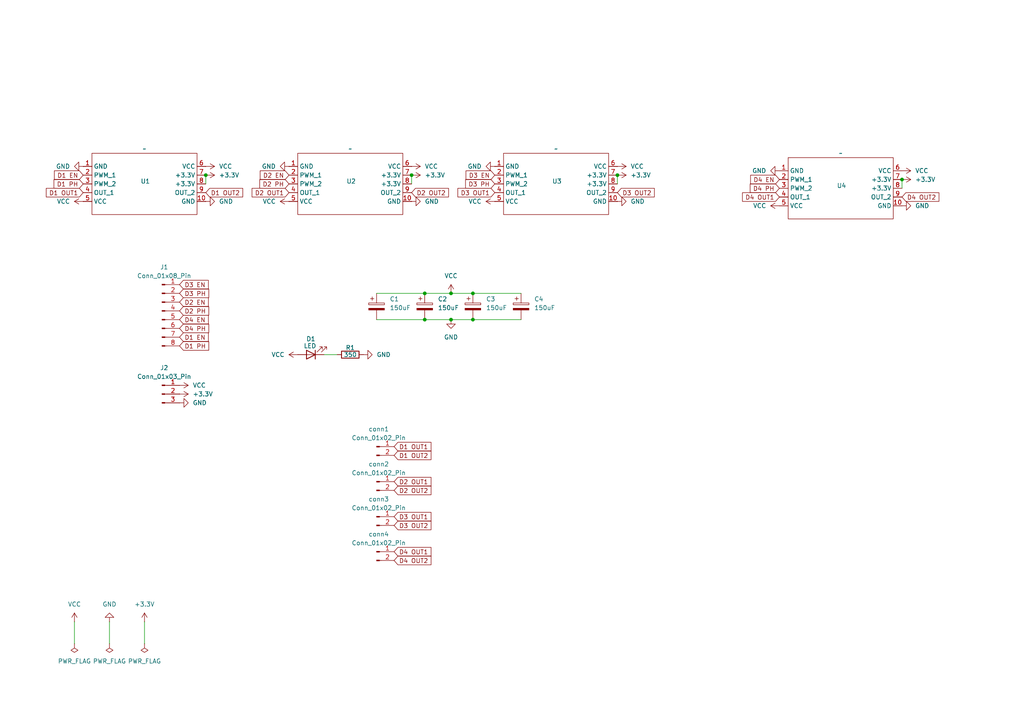
<source format=kicad_sch>
(kicad_sch (version 20250114) (generator "eeschema") (generator_version "9.0")
  (paper "A4")
  (lib_symbols
    (symbol "Connector:Conn_01x02_Pin" (pin_names (offset 1.016) (hide yes))
      (property "Reference" "J" (at 0 2.54 0))
      (property "Value" "Conn_01x02_Pin" (at 0 -5.08 0))
      (symbol "Conn_01x02_Pin_1_1"
        (rectangle (start 0.8636 0.127) (end 0 -0.127) (stroke (width 0.1524)) (fill (type outline)))
        (rectangle (start 0.8636 -2.413) (end 0 -2.667) (stroke (width 0.1524)) (fill (type outline)))
        (polyline (pts (xy 1.27 0) (xy 0.8636 0)) (stroke (width 0.1524)))
        (polyline (pts (xy 1.27 -2.54) (xy 0.8636 -2.54)) (stroke (width 0.1524)))
        (pin passive line (at 5.08 0 180) (length 3.81) (name "Pin_1") (number "1"))
        (pin passive line (at 5.08 -2.54 180) (length 3.81) (name "Pin_2") (number "2"))
      )
    )
    (symbol "Connector:Conn_01x03_Pin" (pin_names (offset 1.016) (hide yes))
      (property "Reference" "J" (at 0 5.08 0))
      (property "Value" "Conn_01x03_Pin" (at 0 -5.08 0))
      (symbol "Conn_01x03_Pin_1_1"
        (rectangle (start 0.8636 2.667) (end 0 2.413) (stroke (width 0.1524)) (fill (type outline)))
        (rectangle (start 0.8636 0.127) (end 0 -0.127) (stroke (width 0.1524)) (fill (type outline)))
        (rectangle (start 0.8636 -2.413) (end 0 -2.667) (stroke (width 0.1524)) (fill (type outline)))
        (polyline (pts (xy 1.27 2.54) (xy 0.8636 2.54)) (stroke (width 0.1524)))
        (polyline (pts (xy 1.27 0) (xy 0.8636 0)) (stroke (width 0.1524)))
        (polyline (pts (xy 1.27 -2.54) (xy 0.8636 -2.54)) (stroke (width 0.1524)))
        (pin passive line (at 5.08 2.54 180) (length 3.81) (name "Pin_1") (number "1"))
        (pin passive line (at 5.08 0 180) (length 3.81) (name "Pin_2") (number "2"))
        (pin passive line (at 5.08 -2.54 180) (length 3.81) (name "Pin_3") (number "3"))
      )
    )
    (symbol "Connector:Conn_01x08_Pin" (pin_names (offset 1.016) (hide yes))
      (property "Reference" "J" (at 0 10.16 0))
      (property "Value" "Conn_01x08_Pin" (at 0 -12.7 0))
      (symbol "Conn_01x08_Pin_1_1"
        (rectangle (start 0.8636 7.747) (end 0 7.493) (stroke (width 0.1524)) (fill (type outline)))
        (rectangle (start 0.8636 5.207) (end 0 4.953) (stroke (width 0.1524)) (fill (type outline)))
        (rectangle (start 0.8636 2.667) (end 0 2.413) (stroke (width 0.1524)) (fill (type outline)))
        (rectangle (start 0.8636 0.127) (end 0 -0.127) (stroke (width 0.1524)) (fill (type outline)))
        (rectangle (start 0.8636 -2.413) (end 0 -2.667) (stroke (width 0.1524)) (fill (type outline)))
        (rectangle (start 0.8636 -4.953) (end 0 -5.207) (stroke (width 0.1524)) (fill (type outline)))
        (rectangle (start 0.8636 -7.493) (end 0 -7.747) (stroke (width 0.1524)) (fill (type outline)))
        (rectangle (start 0.8636 -10.033) (end 0 -10.287) (stroke (width 0.1524)) (fill (type outline)))
        (polyline (pts (xy 1.27 7.62) (xy 0.8636 7.62)) (stroke (width 0.1524)))
        (polyline (pts (xy 1.27 5.08) (xy 0.8636 5.08)) (stroke (width 0.1524)))
        (polyline (pts (xy 1.27 2.54) (xy 0.8636 2.54)) (stroke (width 0.1524)))
        (polyline (pts (xy 1.27 0) (xy 0.8636 0)) (stroke (width 0.1524)))
        (polyline (pts (xy 1.27 -2.54) (xy 0.8636 -2.54)) (stroke (width 0.1524)))
        (polyline (pts (xy 1.27 -5.08) (xy 0.8636 -5.08)) (stroke (width 0.1524)))
        (polyline (pts (xy 1.27 -7.62) (xy 0.8636 -7.62)) (stroke (width 0.1524)))
        (polyline (pts (xy 1.27 -10.16) (xy 0.8636 -10.16)) (stroke (width 0.1524)))
        (pin passive line (at 5.08 7.62 180) (length 3.81) (name "Pin_1") (number "1"))
        (pin passive line (at 5.08 5.08 180) (length 3.81) (name "Pin_2") (number "2"))
        (pin passive line (at 5.08 2.54 180) (length 3.81) (name "Pin_3") (number "3"))
        (pin passive line (at 5.08 0 180) (length 3.81) (name "Pin_4") (number "4"))
        (pin passive line (at 5.08 -2.54 180) (length 3.81) (name "Pin_5") (number "5"))
        (pin passive line (at 5.08 -5.08 180) (length 3.81) (name "Pin_6") (number "6"))
        (pin passive line (at 5.08 -7.62 180) (length 3.81) (name "Pin_7") (number "7"))
        (pin passive line (at 5.08 -10.16 180) (length 3.81) (name "Pin_8") (number "8"))
      )
    )
    (symbol "Device:C_Polarized" (pin_numbers (hide yes)) (pin_names (offset 0.254))
      (property "Reference" "C" (at 0.635 2.54 0))
      (property "Value" "C_Polarized" (at 0.635 -2.54 0))
      (symbol "C_Polarized_0_1"
        (rectangle (start -2.286 0.508) (end 2.286 1.016))
        (polyline (pts (xy -1.778 2.286) (xy -0.762 2.286)))
        (polyline (pts (xy -1.27 2.794) (xy -1.27 1.778)))
        (rectangle (start 2.286 -0.508) (end -2.286 -1.016) (fill (type outline)))
      )
      (symbol "C_Polarized_1_1"
        (pin passive line (at 0 3.81 270) (length 2.794) (name "~") (number "1"))
        (pin passive line (at 0 -3.81 90) (length 2.794) (name "~") (number "2"))
      )
    )
    (symbol "Device:LED" (pin_numbers (hide yes)) (pin_names (offset 1.016) (hide yes))
      (property "Reference" "D" (at 0 2.54 0))
      (property "Value" "LED" (at 0 -2.54 0))
      (symbol "LED_0_1"
        (polyline (pts (xy -3.048 -0.762) (xy -4.572 -2.286) (xy -3.81 -2.286) (xy -4.572 -2.286) (xy -4.572 -1.524)))
        (polyline (pts (xy -1.778 -0.762) (xy -3.302 -2.286) (xy -2.54 -2.286) (xy -3.302 -2.286) (xy -3.302 -1.524)))
        (polyline (pts (xy -1.27 0) (xy 1.27 0)))
        (polyline (pts (xy -1.27 -1.27) (xy -1.27 1.27)) (stroke (width 0.254)))
        (polyline (pts (xy 1.27 -1.27) (xy 1.27 1.27) (xy -1.27 0) (xy 1.27 -1.27)) (stroke (width 0.254)))
      )
      (symbol "LED_1_1"
        (pin passive line (at -3.81 0 0) (length 2.54) (name "K") (number "1"))
        (pin passive line (at 3.81 0 180) (length 2.54) (name "A") (number "2"))
      )
    )
    (symbol "Device:R" (pin_numbers (hide yes)) (pin_names (offset 0))
      (property "Reference" "R" (at 2.032 0 90))
      (property "Value" "R" (at 0 0 90))
      (symbol "R_0_1"
        (rectangle (start -1.016 -2.54) (end 1.016 2.54) (stroke (width 0.254)))
      )
      (symbol "R_1_1"
        (pin passive line (at 0 3.81 270) (length 1.27) (name "~") (number "1"))
        (pin passive line (at 0 -3.81 90) (length 1.27) (name "~") (number "2"))
      )
    )
    (symbol "Motor Driver Module:DRV8874_Module"
      (property "Reference" "U" (at 0 0 0))
      (symbol "DRV8874_Module_0_1"
        (rectangle (start -8.89 15.24) (end 8.89 -15.24))
      )
      (symbol "DRV8874_Module_1_1"
        (pin power_in line (at -5.08 17.78 270) (length 2.54) (name "VCC") (number "5"))
        (pin power_in line (at -5.08 -17.78 90) (length 2.54) (name "GND") (number "10"))
        (pin passive line (at -2.54 17.78 270) (length 2.54) (name "OUT_1") (number "4"))
        (pin passive line (at -2.54 -17.78 90) (length 2.54) (name "OUT_2") (number "9"))
        (pin passive line (at 0 17.78 270) (length 2.54) (name "PWM_2") (number "3"))
        (pin power_in line (at 0 -17.78 90) (length 2.54) (name "+3.3V") (number "8"))
        (pin passive line (at 2.54 17.78 270) (length 2.54) (name "PWM_1") (number "2"))
        (pin power_in line (at 2.54 -17.78 90) (length 2.54) (name "+3.3V") (number "7"))
        (pin power_in line (at 5.08 17.78 270) (length 2.54) (name "GND") (number "1"))
        (pin power_in line (at 5.08 -17.78 90) (length 2.54) (name "VCC") (number "6"))
      )
    )
    (symbol "power:+3.3V" (power) (pin_numbers (hide yes)) (pin_names (offset 0) (hide yes))
      (property "Value" "+3.3V" (at 0 3.556 0))
      (symbol "+3.3V_0_1"
        (polyline (pts (xy -0.762 1.27) (xy 0 2.54)))
        (polyline (pts (xy 0 2.54) (xy 0.762 1.27)))
        (polyline (pts (xy 0 0) (xy 0 2.54)))
      )
      (symbol "+3.3V_1_1"
        (pin power_in line (at 0 0 90) (length 0) (name "~") (number "1"))
      )
    )
    (symbol "power:GND" (power) (pin_numbers (hide yes)) (pin_names (offset 0) (hide yes))
      (property "Value" "GND" (at 0 -3.81 0))
      (symbol "GND_0_1"
        (polyline (pts (xy 0 0) (xy 0 -1.27) (xy 1.27 -1.27) (xy 0 -2.54) (xy -1.27 -1.27) (xy 0 -1.27)))
      )
      (symbol "GND_1_1"
        (pin power_in line (at 0 0 270) (length 0) (name "~") (number "1"))
      )
    )
    (symbol "power:PWR_FLAG" (power) (pin_numbers (hide yes)) (pin_names (offset 0) (hide yes))
      (property "Value" "PWR_FLAG" (at 0 3.81 0))
      (symbol "PWR_FLAG_0_0"
        (pin power_out line (at 0 0 90) (length 0) (name "~") (number "1"))
      )
      (symbol "PWR_FLAG_0_1"
        (polyline (pts (xy 0 0) (xy 0 1.27) (xy -1.016 1.905) (xy 0 2.54) (xy 1.016 1.905) (xy 0 1.27)))
      )
    )
    (symbol "power:VCC" (power) (pin_numbers (hide yes)) (pin_names (offset 0) (hide yes))
      (property "Value" "VCC" (at 0 3.556 0))
      (symbol "VCC_0_1"
        (polyline (pts (xy -0.762 1.27) (xy 0 2.54)))
        (polyline (pts (xy 0 2.54) (xy 0.762 1.27)))
        (polyline (pts (xy 0 0) (xy 0 2.54)))
      )
      (symbol "VCC_1_1"
        (pin power_in line (at 0 0 90) (length 0) (name "~") (number "1"))
      )
    )
  )
  (junction (at 123.19 92.71))
  (junction (at 59.69 50.8))
  (junction (at 130.81 85.09))
  (junction (at 179.07 50.8))
  (junction (at 137.16 92.71))
  (junction (at 261.62 52.07))
  (junction (at 137.16 85.09))
  (junction (at 123.19 85.09))
  (junction (at 130.81 92.71))
  (junction (at 119.38 50.8))
  (wire (pts (xy 179.07 50.8) (xy 179.07 53.34)))
  (wire (pts (xy 59.69 50.8) (xy 59.69 53.34)))
  (wire (pts (xy 137.16 85.09) (xy 151.13 85.09)))
  (wire (pts (xy 109.22 85.09) (xy 123.19 85.09)))
  (wire (pts (xy 21.59 180.34) (xy 21.59 186.69)))
  (wire (pts (xy 123.19 85.09) (xy 130.81 85.09)))
  (wire (pts (xy 261.62 52.07) (xy 261.62 54.61)))
  (wire (pts (xy 93.98 102.87) (xy 97.79 102.87)))
  (wire (pts (xy 130.81 85.09) (xy 137.16 85.09)))
  (wire (pts (xy 137.16 92.71) (xy 151.13 92.71)))
  (wire (pts (xy 109.22 92.71) (xy 123.19 92.71)))
  (wire (pts (xy 123.19 92.71) (xy 130.81 92.71)))
  (wire (pts (xy 119.38 50.8) (xy 119.38 53.34)))
  (wire (pts (xy 130.81 92.71) (xy 137.16 92.71)))
  (wire (pts (xy 31.75 180.34) (xy 31.75 186.69)))
  (wire (pts (xy 41.91 180.34) (xy 41.91 186.69)))
  (global_label "D2 EN" (shape input) (at 83.82 50.8 180) (property "Intersheetrefs" "${INTERSHEET_REFS}" (effects (hide yes))))
  (global_label "D4 OUT1" (shape input) (at 226.06 57.15 180) (property "Intersheetrefs" "${INTERSHEET_REFS}" (effects (hide yes))))
  (global_label "D3 OUT2" (shape input) (at 114.3 152.4 0) (property "Intersheetrefs" "${INTERSHEET_REFS}" (effects (hide yes))))
  (global_label "D1 PH" (shape input) (at 52.07 100.33 0) (property "Intersheetrefs" "${INTERSHEET_REFS}" (effects (hide yes))))
  (global_label "D4 OUT2" (shape input) (at 261.62 57.15 0) (property "Intersheetrefs" "${INTERSHEET_REFS}" (effects (hide yes))))
  (global_label "D3 EN" (shape input) (at 143.51 50.8 180) (property "Intersheetrefs" "${INTERSHEET_REFS}" (effects (hide yes))))
  (global_label "D3 OUT1" (shape input) (at 143.51 55.88 180) (property "Intersheetrefs" "${INTERSHEET_REFS}" (effects (hide yes))))
  (global_label "D1 OUT1" (shape input) (at 24.13 55.88 180) (property "Intersheetrefs" "${INTERSHEET_REFS}" (effects (hide yes))))
  (global_label "D1 EN" (shape input) (at 52.07 97.79 0) (property "Intersheetrefs" "${INTERSHEET_REFS}" (effects (hide yes))))
  (global_label "D4 EN" (shape input) (at 226.06 52.07 180) (property "Intersheetrefs" "${INTERSHEET_REFS}" (effects (hide yes))))
  (global_label "D4 OUT1" (shape input) (at 114.3 160.02 0) (property "Intersheetrefs" "${INTERSHEET_REFS}" (effects (hide yes))))
  (global_label "D2 OUT2" (shape input) (at 114.3 142.24 0) (property "Intersheetrefs" "${INTERSHEET_REFS}" (effects (hide yes))))
  (global_label "D2 PH" (shape input) (at 52.07 90.17 0) (property "Intersheetrefs" "${INTERSHEET_REFS}" (effects (hide yes))))
  (global_label "D3 OUT1" (shape input) (at 114.3 149.86 0) (property "Intersheetrefs" "${INTERSHEET_REFS}" (effects (hide yes))))
  (global_label "D1 EN" (shape input) (at 24.13 50.8 180) (property "Intersheetrefs" "${INTERSHEET_REFS}" (effects (hide yes))))
  (global_label "D4 PH" (shape input) (at 52.07 95.25 0) (property "Intersheetrefs" "${INTERSHEET_REFS}" (effects (hide yes))))
  (global_label "D4 PH" (shape input) (at 226.06 54.61 180) (property "Intersheetrefs" "${INTERSHEET_REFS}" (effects (hide yes))))
  (global_label "D2 EN" (shape input) (at 52.07 87.63 0) (property "Intersheetrefs" "${INTERSHEET_REFS}" (effects (hide yes))))
  (global_label "D1 OUT2" (shape input) (at 59.69 55.88 0) (property "Intersheetrefs" "${INTERSHEET_REFS}" (effects (hide yes))))
  (global_label "D2 OUT1" (shape input) (at 83.82 55.88 180) (property "Intersheetrefs" "${INTERSHEET_REFS}" (effects (hide yes))))
  (global_label "D2 PH" (shape input) (at 83.82 53.34 180) (property "Intersheetrefs" "${INTERSHEET_REFS}" (effects (hide yes))))
  (global_label "D3 PH" (shape input) (at 52.07 85.09 0) (property "Intersheetrefs" "${INTERSHEET_REFS}" (effects (hide yes))))
  (global_label "D4 EN" (shape input) (at 52.07 92.71 0) (property "Intersheetrefs" "${INTERSHEET_REFS}" (effects (hide yes))))
  (global_label "D2 OUT1" (shape input) (at 114.3 139.7 0) (property "Intersheetrefs" "${INTERSHEET_REFS}" (effects (hide yes))))
  (global_label "D3 EN" (shape input) (at 52.07 82.55 0) (property "Intersheetrefs" "${INTERSHEET_REFS}" (effects (hide yes))))
  (global_label "D3 OUT2" (shape input) (at 179.07 55.88 0) (property "Intersheetrefs" "${INTERSHEET_REFS}" (effects (hide yes))))
  (global_label "D1 OUT1" (shape input) (at 114.3 129.54 0) (property "Intersheetrefs" "${INTERSHEET_REFS}" (effects (hide yes))))
  (global_label "D3 PH" (shape input) (at 143.51 53.34 180) (property "Intersheetrefs" "${INTERSHEET_REFS}" (effects (hide yes))))
  (global_label "D4 OUT2" (shape input) (at 114.3 162.56 0) (property "Intersheetrefs" "${INTERSHEET_REFS}" (effects (hide yes))))
  (global_label "D1 OUT2" (shape input) (at 114.3 132.08 0) (property "Intersheetrefs" "${INTERSHEET_REFS}" (effects (hide yes))))
  (global_label "D1 PH" (shape input) (at 24.13 53.34 180) (property "Intersheetrefs" "${INTERSHEET_REFS}" (effects (hide yes))))
  (global_label "D2 OUT2" (shape input) (at 119.38 55.88 0) (property "Intersheetrefs" "${INTERSHEET_REFS}" (effects (hide yes))))
  (symbol (lib_id "power:GND") (at 179.07 58.42 90) (unit 1)
    (property "Reference" "#PWR018" (effects (hide yes)))
    (property "Value" "GND" (at 182.88 58.4199 90) (effects (justify right)))
    (property "Description" "Power symbol creates a global label with name \"GND\" , ground" (effects (hide yes)))
  )
  (symbol (lib_id "Motor Driver Module:DRV8874_Module") (at 101.6 53.34 90) (unit 1)
    (property "Reference" "U2" (at 101.854 52.578 90))
    (property "Value" "~" (at 101.6 43.18 90))
    (property "Footprint" "Motor Driver Module:DRV8874 Module" (effects (hide yes)))
  )
  (symbol (lib_id "power:GND") (at 105.41 102.87 90) (unit 1)
    (property "Reference" "#PWR029" (effects (hide yes)))
    (property "Value" "GND" (at 109.22 102.8699 90) (effects (justify right)))
    (property "Description" "Power symbol creates a global label with name \"GND\" , ground" (effects (hide yes)))
  )
  (symbol (lib_id "power:GND") (at 143.51 48.26 270) (unit 1)
    (property "Reference" "#PWR014" (effects (hide yes)))
    (property "Value" "GND" (at 139.7 48.2599 90) (effects (justify right)))
    (property "Description" "Power symbol creates a global label with name \"GND\" , ground" (effects (hide yes)))
  )
  (symbol (lib_id "Motor Driver Module:DRV8874_Module") (at 161.29 53.34 90) (unit 1)
    (property "Reference" "U3" (at 161.544 52.578 90))
    (property "Value" "~" (at 161.29 43.18 90))
    (property "Footprint" "Motor Driver Module:DRV8874 Module" (effects (hide yes)))
  )
  (symbol (lib_id "power:VCC") (at 52.07 111.76 270) (unit 1)
    (property "Reference" "#PWR024" (effects (hide yes)))
    (property "Value" "VCC" (at 55.88 111.7599 90) (effects (justify left)))
    (property "Description" "Power symbol creates a global label with name \"VCC\"" (effects (hide yes)))
  )
  (symbol (lib_id "power:PWR_FLAG") (at 41.91 186.69 180) (unit 1)
    (property "Reference" "#FLG03" (effects (hide yes)))
    (property "Value" "PWR_FLAG" (at 41.91 191.77 0))
    (property "Description" "Special symbol for telling ERC where power comes from" (effects (hide yes)))
  )
  (symbol (lib_id "Device:C_Polarized") (at 151.13 88.9 0) (unit 1)
    (property "Reference" "C4" (at 154.94 86.7409 0) (effects (justify left)))
    (property "Value" "150uF" (at 154.94 89.2809 0) (effects (justify left)))
    (property "Footprint" "Capacitor_THT:CP_Radial_D8.0mm_P3.50mm" (effects (hide yes)))
    (property "Description" "Polarized capacitor" (effects (hide yes)))
  )
  (symbol (lib_id "power:VCC") (at 59.69 48.26 270) (unit 1)
    (property "Reference" "#PWR06" (effects (hide yes)))
    (property "Value" "VCC" (at 63.5 48.2599 90) (effects (justify left)))
    (property "Description" "Power symbol creates a global label with name \"VCC\"" (effects (hide yes)))
  )
  (symbol (lib_id "power:+3.3V") (at 52.07 114.3 270) (unit 1)
    (property "Reference" "#PWR026" (effects (hide yes)))
    (property "Value" "+3.3V" (at 55.88 114.2999 90) (effects (justify left)))
    (property "Description" "Power symbol creates a global label with name \"+3.3V\"" (effects (hide yes)))
  )
  (symbol (lib_id "power:GND") (at 59.69 58.42 90) (unit 1)
    (property "Reference" "#PWR07" (effects (hide yes)))
    (property "Value" "GND" (at 63.5 58.4199 90) (effects (justify right)))
    (property "Description" "Power symbol creates a global label with name \"GND\" , ground" (effects (hide yes)))
  )
  (symbol (lib_id "Connector:Conn_01x02_Pin") (at 109.22 149.86 0) (unit 1)
    (property "Reference" "conn3" (at 109.855 144.78 0))
    (property "Value" "Conn_01x02_Pin" (at 109.855 147.32 0))
    (property "Footprint" "Connector_JST:JST_XH_S2B-XH-A_1x02_P2.50mm_Horizontal" (effects (hide yes)))
    (property "Description" "Generic connector, single row, 01x02, script generated" (effects (hide yes)))
  )
  (symbol (lib_id "power:VCC") (at 83.82 58.42 90) (unit 1)
    (property "Reference" "#PWR010" (effects (hide yes)))
    (property "Value" "VCC" (at 80.01 58.4199 90) (effects (justify left)))
    (property "Description" "Power symbol creates a global label with name \"VCC\"" (effects (hide yes)))
  )
  (symbol (lib_id "power:VCC") (at 86.36 102.87 90) (unit 1)
    (property "Reference" "#PWR030" (effects (hide yes)))
    (property "Value" "VCC" (at 82.55 102.8699 90) (effects (justify left)))
    (property "Description" "Power symbol creates a global label with name \"VCC\"" (effects (hide yes)))
  )
  (symbol (lib_id "power:+3.3V") (at 59.69 50.8 270) (unit 1)
    (property "Reference" "#PWR08" (effects (hide yes)))
    (property "Value" "+3.3V" (at 63.5 50.7999 90) (effects (justify left)))
    (property "Description" "Power symbol creates a global label with name \"+3.3V\"" (effects (hide yes)))
  )
  (symbol (lib_id "Device:C_Polarized") (at 137.16 88.9 0) (unit 1)
    (property "Reference" "C3" (at 140.97 86.7409 0) (effects (justify left)))
    (property "Value" "150uF" (at 140.97 89.2809 0) (effects (justify left)))
    (property "Footprint" "Capacitor_THT:CP_Radial_D8.0mm_P3.50mm" (effects (hide yes)))
    (property "Description" "Polarized capacitor" (effects (hide yes)))
  )
  (symbol (lib_id "Motor Driver Module:DRV8874_Module") (at 41.91 53.34 90) (unit 1)
    (property "Reference" "U1" (at 42.164 52.578 90))
    (property "Value" "~" (at 41.91 43.18 90))
    (property "Footprint" "Motor Driver Module:DRV8874 Module" (effects (hide yes)))
  )
  (symbol (lib_id "power:PWR_FLAG") (at 21.59 186.69 180) (unit 1)
    (property "Reference" "#FLG01" (effects (hide yes)))
    (property "Value" "PWR_FLAG" (at 21.59 191.77 0))
    (property "Description" "Special symbol for telling ERC where power comes from" (effects (hide yes)))
  )
  (symbol (lib_id "power:GND") (at 83.82 48.26 270) (unit 1)
    (property "Reference" "#PWR09" (effects (hide yes)))
    (property "Value" "GND" (at 80.01 48.2599 90) (effects (justify right)))
    (property "Description" "Power symbol creates a global label with name \"GND\" , ground" (effects (hide yes)))
  )
  (symbol (lib_id "Connector:Conn_01x08_Pin") (at 46.99 90.17 0) (unit 1)
    (property "Reference" "J1" (at 47.625 77.47 0))
    (property "Value" "Conn_01x08_Pin" (at 47.625 80.01 0))
    (property "Footprint" "FFC conector:FFC conector 8Pin" (effects (hide yes)))
    (property "Description" "Generic connector, single row, 01x08, script generated" (effects (hide yes)))
  )
  (symbol (lib_id "power:GND") (at 52.07 116.84 90) (unit 1)
    (property "Reference" "#PWR025" (effects (hide yes)))
    (property "Value" "GND" (at 55.88 116.8399 90) (effects (justify right)))
    (property "Description" "Power symbol creates a global label with name \"GND\" , ground" (effects (hide yes)))
  )
  (symbol (lib_id "power:+3.3V") (at 41.91 180.34 0) (unit 1)
    (property "Reference" "#PWR03" (effects (hide yes)))
    (property "Value" "+3.3V" (at 41.91 175.26 0))
    (property "Description" "Power symbol creates a global label with name \"+3.3V\"" (effects (hide yes)))
  )
  (symbol (lib_id "power:GND") (at 31.75 180.34 180) (unit 1)
    (property "Reference" "#PWR02" (effects (hide yes)))
    (property "Value" "GND" (at 31.75 175.26 0))
    (property "Description" "Power symbol creates a global label with name \"GND\" , ground" (effects (hide yes)))
  )
  (symbol (lib_id "power:VCC") (at 21.59 180.34 0) (unit 1)
    (property "Reference" "#PWR01" (effects (hide yes)))
    (property "Value" "VCC" (at 21.59 175.26 0))
    (property "Description" "Power symbol creates a global label with name \"VCC\"" (effects (hide yes)))
  )
  (symbol (lib_id "power:VCC") (at 226.06 59.69 90) (unit 1)
    (property "Reference" "#PWR020" (effects (hide yes)))
    (property "Value" "VCC" (at 222.25 59.6899 90) (effects (justify left)))
    (property "Description" "Power symbol creates a global label with name \"VCC\"" (effects (hide yes)))
  )
  (symbol (lib_id "power:GND") (at 119.38 58.42 90) (unit 1)
    (property "Reference" "#PWR013" (effects (hide yes)))
    (property "Value" "GND" (at 123.19 58.4199 90) (effects (justify right)))
    (property "Description" "Power symbol creates a global label with name \"GND\" , ground" (effects (hide yes)))
  )
  (symbol (lib_id "power:VCC") (at 119.38 48.26 270) (unit 1)
    (property "Reference" "#PWR011" (effects (hide yes)))
    (property "Value" "VCC" (at 123.19 48.2599 90) (effects (justify left)))
    (property "Description" "Power symbol creates a global label with name \"VCC\"" (effects (hide yes)))
  )
  (symbol (lib_id "power:VCC") (at 143.51 58.42 90) (unit 1)
    (property "Reference" "#PWR015" (effects (hide yes)))
    (property "Value" "VCC" (at 139.7 58.4199 90) (effects (justify left)))
    (property "Description" "Power symbol creates a global label with name \"VCC\"" (effects (hide yes)))
  )
  (symbol (lib_id "Device:C_Polarized") (at 109.22 88.9 0) (unit 1)
    (property "Reference" "C1" (at 113.03 86.7409 0) (effects (justify left)))
    (property "Value" "150uF" (at 113.03 89.2809 0) (effects (justify left)))
    (property "Footprint" "Capacitor_THT:CP_Radial_D8.0mm_P3.50mm" (effects (hide yes)))
    (property "Description" "Polarized capacitor" (effects (hide yes)))
  )
  (symbol (lib_id "Device:LED") (at 90.17 102.87 180) (unit 1)
    (property "Reference" "D1" (at 90.17 98.298 0))
    (property "Value" "LED" (at 89.916 100.33 0))
    (property "Footprint" "LED_SMD:LED_0603_1608Metric" (effects (hide yes)))
    (property "Description" "Light emitting diode" (effects (hide yes)))
    (property "Sim.Pins" "1=K 2=A" (effects (hide yes)))
  )
  (symbol (lib_id "Device:C_Polarized") (at 123.19 88.9 0) (unit 1)
    (property "Reference" "C2" (at 127 86.7409 0) (effects (justify left)))
    (property "Value" "150uF" (at 127 89.2809 0) (effects (justify left)))
    (property "Footprint" "Capacitor_THT:CP_Radial_D8.0mm_P3.50mm" (effects (hide yes)))
    (property "Description" "Polarized capacitor" (effects (hide yes)))
  )
  (symbol (lib_id "Motor Driver Module:DRV8874_Module") (at 243.84 54.61 90) (unit 1)
    (property "Reference" "U4" (at 244.094 53.848 90))
    (property "Value" "~" (at 243.84 44.45 90))
    (property "Footprint" "Motor Driver Module:DRV8874 Module" (effects (hide yes)))
  )
  (symbol (lib_id "power:+3.3V") (at 119.38 50.8 270) (unit 1)
    (property "Reference" "#PWR012" (effects (hide yes)))
    (property "Value" "+3.3V" (at 123.19 50.7999 90) (effects (justify left)))
    (property "Description" "Power symbol creates a global label with name \"+3.3V\"" (effects (hide yes)))
  )
  (symbol (lib_id "power:GND") (at 261.62 59.69 90) (unit 1)
    (property "Reference" "#PWR023" (effects (hide yes)))
    (property "Value" "GND" (at 265.43 59.6899 90) (effects (justify right)))
    (property "Description" "Power symbol creates a global label with name \"GND\" , ground" (effects (hide yes)))
  )
  (symbol (lib_id "power:+3.3V") (at 261.62 52.07 270) (unit 1)
    (property "Reference" "#PWR022" (effects (hide yes)))
    (property "Value" "+3.3V" (at 265.43 52.0699 90) (effects (justify left)))
    (property "Description" "Power symbol creates a global label with name \"+3.3V\"" (effects (hide yes)))
  )
  (symbol (lib_id "power:GND") (at 130.81 92.71 0) (unit 1)
    (property "Reference" "#PWR028" (effects (hide yes)))
    (property "Value" "GND" (at 130.81 97.79 0))
    (property "Description" "Power symbol creates a global label with name \"GND\" , ground" (effects (hide yes)))
  )
  (symbol (lib_id "power:VCC") (at 130.81 85.09 0) (unit 1)
    (property "Reference" "#PWR027" (effects (hide yes)))
    (property "Value" "VCC" (at 130.81 80.01 0))
    (property "Description" "Power symbol creates a global label with name \"VCC\"" (effects (hide yes)))
  )
  (symbol (lib_id "Connector:Conn_01x02_Pin") (at 109.22 139.7 0) (unit 1)
    (property "Reference" "conn2" (at 109.855 134.62 0))
    (property "Value" "Conn_01x02_Pin" (at 109.855 137.16 0))
    (property "Footprint" "Connector_JST:JST_XH_S2B-XH-A_1x02_P2.50mm_Horizontal" (effects (hide yes)))
    (property "Description" "Generic connector, single row, 01x02, script generated" (effects (hide yes)))
  )
  (symbol (lib_id "power:PWR_FLAG") (at 31.75 186.69 180) (unit 1)
    (property "Reference" "#FLG02" (effects (hide yes)))
    (property "Value" "PWR_FLAG" (at 31.75 191.77 0))
    (property "Description" "Special symbol for telling ERC where power comes from" (effects (hide yes)))
  )
  (symbol (lib_id "Connector:Conn_01x02_Pin") (at 109.22 129.54 0) (unit 1)
    (property "Reference" "conn1" (at 109.855 124.46 0))
    (property "Value" "Conn_01x02_Pin" (at 109.855 127 0))
    (property "Footprint" "Connector_JST:JST_XH_S2B-XH-A_1x02_P2.50mm_Horizontal" (effects (hide yes)))
    (property "Description" "Generic connector, single row, 01x02, script generated" (effects (hide yes)))
  )
  (symbol (lib_id "power:VCC") (at 24.13 58.42 90) (unit 1)
    (property "Reference" "#PWR04" (effects (hide yes)))
    (property "Value" "VCC" (at 20.32 58.4199 90) (effects (justify left)))
    (property "Description" "Power symbol creates a global label with name \"VCC\"" (effects (hide yes)))
  )
  (symbol (lib_id "Connector:Conn_01x02_Pin") (at 109.22 160.02 0) (unit 1)
    (property "Reference" "conn4" (at 109.855 154.94 0))
    (property "Value" "Conn_01x02_Pin" (at 109.855 157.48 0))
    (property "Footprint" "Connector_JST:JST_XH_S2B-XH-A_1x02_P2.50mm_Horizontal" (effects (hide yes)))
    (property "Description" "Generic connector, single row, 01x02, script generated" (effects (hide yes)))
  )
  (symbol (lib_id "power:+3.3V") (at 179.07 50.8 270) (unit 1)
    (property "Reference" "#PWR017" (effects (hide yes)))
    (property "Value" "+3.3V" (at 182.88 50.7999 90) (effects (justify left)))
    (property "Description" "Power symbol creates a global label with name \"+3.3V\"" (effects (hide yes)))
  )
  (symbol (lib_id "Device:R") (at 101.6 102.87 90) (unit 1)
    (property "Reference" "R1" (at 101.6 100.838 90))
    (property "Value" "350" (at 101.6 102.87 90))
    (property "Footprint" "Resistor_SMD:R_0603_1608Metric" (effects (hide yes)))
    (property "Description" "Resistor" (effects (hide yes)))
  )
  (symbol (lib_id "Connector:Conn_01x03_Pin") (at 46.99 114.3 0) (unit 1)
    (property "Reference" "J2" (at 47.625 106.68 0))
    (property "Value" "Conn_01x03_Pin" (at 47.625 109.22 0))
    (property "Footprint" "Connector_JST:JST_XH_S3B-XH-A_1x03_P2.50mm_Horizontal" (effects (hide yes)))
    (property "Description" "Generic connector, single row, 01x03, script generated" (effects (hide yes)))
  )
  (symbol (lib_id "power:VCC") (at 261.62 49.53 270) (unit 1)
    (property "Reference" "#PWR021" (effects (hide yes)))
    (property "Value" "VCC" (at 265.43 49.5299 90) (effects (justify left)))
    (property "Description" "Power symbol creates a global label with name \"VCC\"" (effects (hide yes)))
  )
  (symbol (lib_id "power:GND") (at 226.06 49.53 270) (unit 1)
    (property "Reference" "#PWR019" (effects (hide yes)))
    (property "Value" "GND" (at 222.25 49.5299 90) (effects (justify right)))
    (property "Description" "Power symbol creates a global label with name \"GND\" , ground" (effects (hide yes)))
  )
  (symbol (lib_id "power:GND") (at 24.13 48.26 270) (unit 1)
    (property "Reference" "#PWR05" (effects (hide yes)))
    (property "Value" "GND" (at 20.32 48.2599 90) (effects (justify right)))
    (property "Description" "Power symbol creates a global label with name \"GND\" , ground" (effects (hide yes)))
  )
  (symbol (lib_id "power:VCC") (at 179.07 48.26 270) (unit 1)
    (property "Reference" "#PWR016" (effects (hide yes)))
    (property "Value" "VCC" (at 182.88 48.2599 90) (effects (justify left)))
    (property "Description" "Power symbol creates a global label with name \"VCC\"" (effects (hide yes)))
  )
)
</source>
